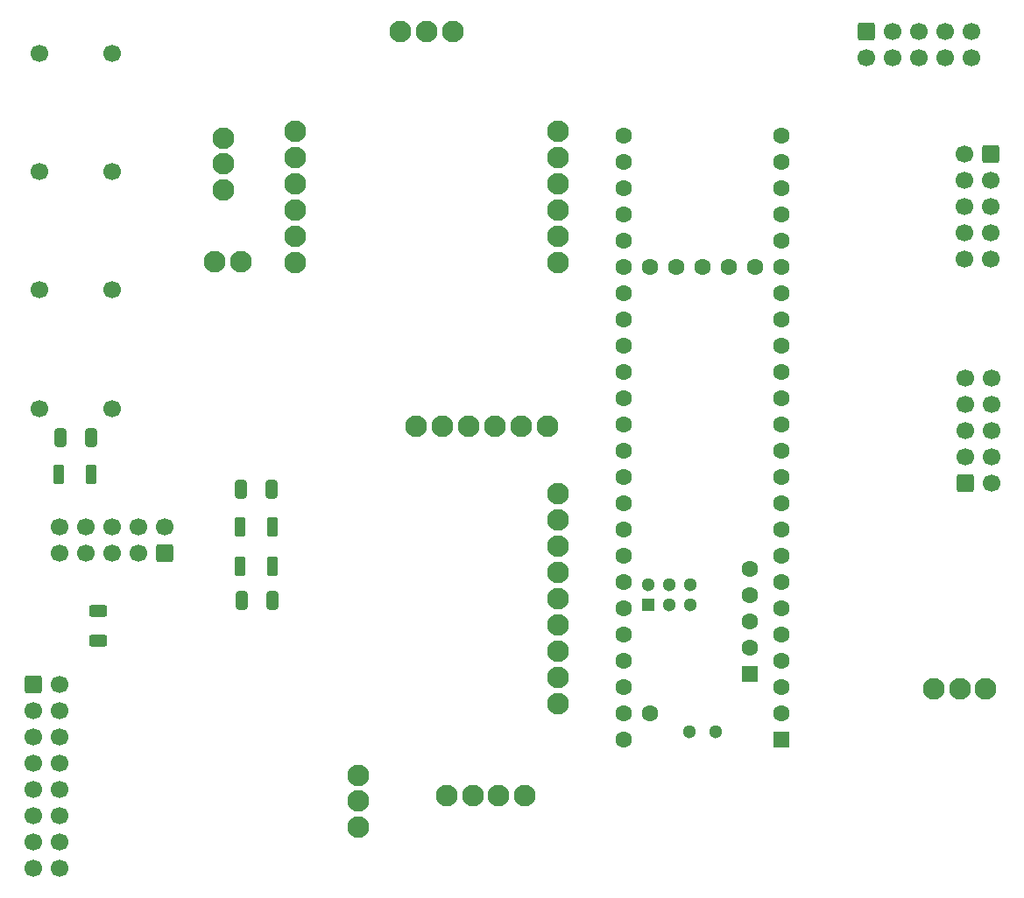
<source format=gbr>
G04 #@! TF.GenerationSoftware,KiCad,Pcbnew,8.0.5*
G04 #@! TF.CreationDate,2024-09-19T13:37:45-04:00*
G04 #@! TF.ProjectId,t41_2_main_board,7434315f-325f-46d6-9169-6e5f626f6172,1.0*
G04 #@! TF.SameCoordinates,Original*
G04 #@! TF.FileFunction,Soldermask,Bot*
G04 #@! TF.FilePolarity,Negative*
%FSLAX46Y46*%
G04 Gerber Fmt 4.6, Leading zero omitted, Abs format (unit mm)*
G04 Created by KiCad (PCBNEW 8.0.5) date 2024-09-19 13:37:45*
%MOMM*%
%LPD*%
G01*
G04 APERTURE LIST*
G04 Aperture macros list*
%AMRoundRect*
0 Rectangle with rounded corners*
0 $1 Rounding radius*
0 $2 $3 $4 $5 $6 $7 $8 $9 X,Y pos of 4 corners*
0 Add a 4 corners polygon primitive as box body*
4,1,4,$2,$3,$4,$5,$6,$7,$8,$9,$2,$3,0*
0 Add four circle primitives for the rounded corners*
1,1,$1+$1,$2,$3*
1,1,$1+$1,$4,$5*
1,1,$1+$1,$6,$7*
1,1,$1+$1,$8,$9*
0 Add four rect primitives between the rounded corners*
20,1,$1+$1,$2,$3,$4,$5,0*
20,1,$1+$1,$4,$5,$6,$7,0*
20,1,$1+$1,$6,$7,$8,$9,0*
20,1,$1+$1,$8,$9,$2,$3,0*%
G04 Aperture macros list end*
%ADD10C,1.700000*%
%ADD11C,2.100000*%
%ADD12RoundRect,0.250000X-0.600000X-0.600000X0.600000X-0.600000X0.600000X0.600000X-0.600000X0.600000X0*%
%ADD13R,1.600000X1.600000*%
%ADD14C,1.600000*%
%ADD15R,1.300000X1.300000*%
%ADD16C,1.300000*%
%ADD17RoundRect,0.250000X0.275000X0.700000X-0.275000X0.700000X-0.275000X-0.700000X0.275000X-0.700000X0*%
%ADD18RoundRect,0.250000X-0.325000X-0.650000X0.325000X-0.650000X0.325000X0.650000X-0.325000X0.650000X0*%
%ADD19RoundRect,0.250000X-0.600000X0.600000X-0.600000X-0.600000X0.600000X-0.600000X0.600000X0.600000X0*%
%ADD20RoundRect,0.250000X-0.275000X-0.700000X0.275000X-0.700000X0.275000X0.700000X-0.275000X0.700000X0*%
%ADD21RoundRect,0.250000X-0.625000X0.312500X-0.625000X-0.312500X0.625000X-0.312500X0.625000X0.312500X0*%
%ADD22RoundRect,0.250000X0.600000X0.600000X-0.600000X0.600000X-0.600000X-0.600000X0.600000X-0.600000X0*%
%ADD23RoundRect,0.250000X0.325000X0.650000X-0.325000X0.650000X-0.325000X-0.650000X0.325000X-0.650000X0*%
%ADD24RoundRect,0.250000X0.600000X-0.600000X0.600000X0.600000X-0.600000X0.600000X-0.600000X-0.600000X0*%
G04 APERTURE END LIST*
D10*
X100611400Y-71251400D03*
X107611400Y-71251400D03*
X100620000Y-94120000D03*
X107620000Y-94120000D03*
D11*
X131399400Y-134618400D03*
X131399400Y-132118400D03*
X131399400Y-129618400D03*
D10*
X100611400Y-59821400D03*
X107611400Y-59821400D03*
D11*
X125323800Y-67348400D03*
X125323800Y-69888400D03*
X125323800Y-72428400D03*
X125323800Y-74968400D03*
X125323800Y-77508400D03*
X125323800Y-80048400D03*
X150723800Y-80048400D03*
X150723800Y-77508400D03*
X150723800Y-74968400D03*
X150723800Y-72428400D03*
X150723800Y-69888400D03*
X150723800Y-67348400D03*
X140563800Y-57696400D03*
X138023800Y-57696400D03*
X135483800Y-57696400D03*
D10*
X100611400Y-82681400D03*
X107611400Y-82681400D03*
D11*
X139988800Y-131564600D03*
X142488800Y-131564600D03*
X144988800Y-131564600D03*
X147488800Y-131564600D03*
X118415000Y-72958000D03*
X118415000Y-70458000D03*
X118415000Y-67958000D03*
D12*
X100000000Y-120790000D03*
D10*
X102540000Y-120790000D03*
X100000000Y-123330000D03*
X102540000Y-123330000D03*
X100000000Y-125870000D03*
X102540000Y-125870000D03*
X100000000Y-128410000D03*
X102540000Y-128410000D03*
X100000000Y-130950000D03*
X102540000Y-130950000D03*
X100000000Y-133490000D03*
X102540000Y-133490000D03*
X100000000Y-136030000D03*
X102540000Y-136030000D03*
X100000000Y-138570000D03*
X102540000Y-138570000D03*
D13*
X172288400Y-126124000D03*
D14*
X172288400Y-123584000D03*
X172288400Y-121044000D03*
X172288400Y-118504000D03*
X172288400Y-115964000D03*
X172288400Y-113424000D03*
X172288400Y-110884000D03*
X172288400Y-108344000D03*
X172288400Y-105804000D03*
X172288400Y-103264000D03*
X172288400Y-100724000D03*
X172288400Y-98184000D03*
X172288400Y-95644000D03*
X172288400Y-93104000D03*
X172288400Y-90564000D03*
X172288400Y-88024000D03*
X172288400Y-85484000D03*
X172288400Y-82944000D03*
X172288400Y-80404000D03*
X172288400Y-77864000D03*
X172288400Y-75324000D03*
X172288400Y-72784000D03*
X172288400Y-70244000D03*
X172288400Y-67704000D03*
X157048400Y-67704000D03*
X157048400Y-70244000D03*
X157048400Y-72784000D03*
X157048400Y-75324000D03*
X157048400Y-77864000D03*
X157048400Y-80404000D03*
X157048400Y-82944000D03*
X157048400Y-85484000D03*
X157048400Y-88024000D03*
X157048400Y-90564000D03*
X157048400Y-93104000D03*
X157048400Y-95644000D03*
X157048400Y-98184000D03*
X157048400Y-100724000D03*
X157048400Y-103264000D03*
X157048400Y-105804000D03*
X157048400Y-108344000D03*
X157048400Y-110884000D03*
X157048400Y-113424000D03*
X157048400Y-115964000D03*
X157048400Y-118504000D03*
X157048400Y-121044000D03*
X157048400Y-123584000D03*
X157048400Y-126124000D03*
X159588400Y-123584000D03*
X169748400Y-80404000D03*
X167208400Y-80404000D03*
X164668400Y-80404000D03*
X162128400Y-80404000D03*
X159588400Y-80404000D03*
D13*
X169237600Y-119824800D03*
D14*
X169237600Y-117284800D03*
X169237600Y-114744800D03*
X169237600Y-112204800D03*
X169237600Y-109664800D03*
D15*
X159486800Y-113154000D03*
D16*
X161486800Y-113154000D03*
X163486800Y-113154000D03*
X163486800Y-111154000D03*
X161486800Y-111154000D03*
X159486800Y-111154000D03*
X163398400Y-125394000D03*
X165938400Y-125394000D03*
D11*
X117551400Y-79946800D03*
X120051400Y-79946800D03*
X150723800Y-122669600D03*
X150723800Y-120129600D03*
X150723800Y-117589600D03*
X150723800Y-115049600D03*
X150723800Y-112509600D03*
X150723800Y-109969600D03*
X150723800Y-107429600D03*
X150723800Y-104889600D03*
X150723800Y-102349600D03*
X149707800Y-95872600D03*
X147167800Y-95872600D03*
X144627800Y-95872600D03*
X142087800Y-95872600D03*
X139547800Y-95872600D03*
X137007800Y-95872600D03*
D17*
X123114000Y-105550000D03*
X119964000Y-105550000D03*
X123165000Y-109360000D03*
X120015000Y-109360000D03*
D18*
X120193000Y-112662000D03*
X123143000Y-112662000D03*
D19*
X180568800Y-57655100D03*
D10*
X180568800Y-60195100D03*
X183108800Y-57655100D03*
X183108800Y-60195100D03*
X185648800Y-57655100D03*
X185648800Y-60195100D03*
X188188800Y-57655100D03*
X188188800Y-60195100D03*
X190728800Y-57655100D03*
X190728800Y-60195100D03*
D12*
X190068400Y-101333600D03*
D10*
X192608400Y-101333600D03*
X190068400Y-98793600D03*
X192608400Y-98793600D03*
X190068400Y-96253600D03*
X192608400Y-96253600D03*
X190068400Y-93713600D03*
X192608400Y-93713600D03*
X190068400Y-91173600D03*
X192608400Y-91173600D03*
D20*
X102489000Y-100470000D03*
X105639000Y-100470000D03*
D11*
X192075000Y-121247200D03*
X189575000Y-121247200D03*
X187075000Y-121247200D03*
D21*
X106248400Y-113703400D03*
X106248400Y-116628400D03*
D22*
X192573500Y-69558200D03*
D10*
X190033500Y-69558200D03*
X192573500Y-72098200D03*
X190033500Y-72098200D03*
X192573500Y-74638200D03*
X190033500Y-74638200D03*
X192573500Y-77178200D03*
X190033500Y-77178200D03*
X192573500Y-79718200D03*
X190033500Y-79718200D03*
D23*
X123065000Y-101980000D03*
X120115000Y-101980000D03*
X105617000Y-96914000D03*
X102667000Y-96914000D03*
D24*
X112700000Y-108090000D03*
D10*
X112700000Y-105550000D03*
X110160000Y-108090000D03*
X110160000Y-105550000D03*
X107620000Y-108090000D03*
X107620000Y-105550000D03*
X105080000Y-108090000D03*
X105080000Y-105550000D03*
X102540000Y-108090000D03*
X102540000Y-105550000D03*
M02*

</source>
